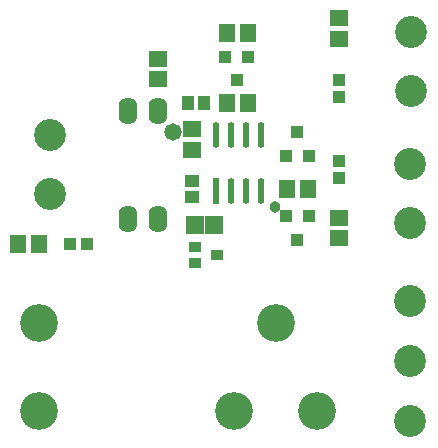
<source format=gts>
%FSDAX24Y24*%
%MOIN*%
%SFA1B1*%

%IPPOS*%
%AMD15*
4,1,8,-0.011400,0.031200,-0.011400,-0.031200,0.000000,-0.042700,0.000000,-0.042700,0.011400,-0.031200,0.011400,0.031200,0.000000,0.042700,0.000000,0.042700,-0.011400,0.031200,0.0*
1,1,0.023000,0.000000,0.031200*
1,1,0.023000,0.000000,-0.031200*
1,1,0.023000,0.000000,-0.031200*
1,1,0.023000,0.000000,0.031200*
%
%ADD14R,0.022900X0.085400*%
G04~CAMADD=15~8~0.0~0.0~854.0~229.0~115.0~0.0~15~0.0~0.0~0.0~0.0~0~0.0~0.0~0.0~0.0~0~0.0~0.0~0.0~90.0~230.0~853.0*
%ADD15D15*%
%ADD34R,0.061100X0.053300*%
%ADD35O,0.063100X0.090700*%
%ADD36R,0.047400X0.043400*%
%ADD37R,0.043400X0.047400*%
%ADD38R,0.053300X0.061100*%
%ADD39R,0.039500X0.043400*%
%ADD40R,0.039500X0.039500*%
%ADD41R,0.059200X0.063100*%
%ADD42R,0.043400X0.035600*%
%ADD43R,0.039500X0.039500*%
%ADD44C,0.106400*%
%ADD45C,0.126100*%
%ADD46C,0.038000*%
%ADD47C,0.058000*%
%LNde-130624-1*%
%LPD*%
G54D14*
X061700Y018969D03*
G54D15*
X062200Y018969D03*
X062700D03*
X063200D03*
Y020831D03*
X062700D03*
X062200D03*
X061700D03*
G54D34*
X059750Y023394D03*
Y022706D03*
X060900Y020356D03*
Y021044D03*
X065800Y024056D03*
Y024744D03*
Y018094D03*
Y017406D03*
G54D35*
X058750Y018059D03*
X059750D03*
X058750Y021641D03*
X059750D03*
G54D36*
X060900Y018769D03*
Y019300D03*
G54D37*
X061281Y021900D03*
X060750D03*
G54D38*
X062744Y021900D03*
X062056D03*
Y024250D03*
X062744D03*
X064744Y019050D03*
X064056D03*
X055100Y017200D03*
X055789D03*
G54D39*
X062750Y023450D03*
X062002D03*
X062376Y022663D03*
X064026Y020151D03*
X064774D03*
X064400Y020938D03*
X064774Y018144D03*
X064026D03*
X064400Y017356D03*
G54D40*
X065800Y022105D03*
Y022695D03*
Y019995D03*
Y019405D03*
G54D41*
X060985Y017850D03*
X061615D03*
G54D42*
X060976Y017106D03*
Y016594D03*
X061724Y016850D03*
G54D43*
X057395Y017200D03*
X056805D03*
G54D44*
X068200Y022300D03*
Y024269D03*
X068150Y019869D03*
Y017900D03*
X068154Y015300D03*
Y013300D03*
Y011300D03*
X056150Y018866D03*
Y020834D03*
G54D45*
X063675Y014590D03*
X065053Y011637D03*
X062297D03*
X055801D03*
Y014590D03*
G54D46*
X063654Y018450D03*
G54D47*
X060250Y020950D03*
M02*
</source>
